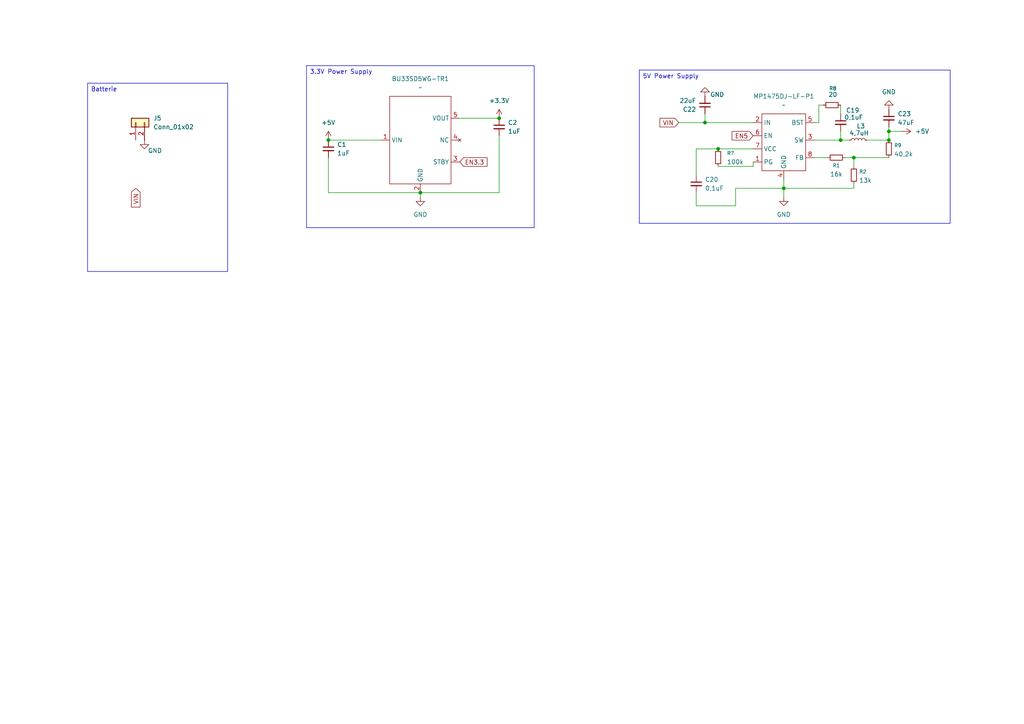
<source format=kicad_sch>
(kicad_sch
	(version 20250114)
	(generator "eeschema")
	(generator_version "9.0")
	(uuid "3e87404c-c05c-4381-ac34-87184d327436")
	(paper "A4")
	(lib_symbols
		(symbol "BU33SD5WG-TR:BU33SD5WG-TR"
			(exclude_from_sim no)
			(in_bom yes)
			(on_board yes)
			(property "Reference" "BU33SD5WG-TR"
				(at 0.254 18.034 0)
				(effects
					(font
						(size 1.27 1.27)
					)
				)
			)
			(property "Value" ""
				(at 0 0 0)
				(effects
					(font
						(size 1.27 1.27)
					)
				)
			)
			(property "Footprint" "BU33SD5WG-TR:BU33SD5WG-TR"
				(at 0.254 14.986 0)
				(effects
					(font
						(size 1.27 1.27)
					)
					(hide yes)
				)
			)
			(property "Datasheet" ""
				(at 0 0 0)
				(effects
					(font
						(size 1.27 1.27)
					)
					(hide yes)
				)
			)
			(property "Description" ""
				(at 0 0 0)
				(effects
					(font
						(size 1.27 1.27)
					)
					(hide yes)
				)
			)
			(symbol "BU33SD5WG-TR_0_1"
				(rectangle
					(start -8.89 12.7)
					(end 8.89 -12.7)
					(stroke
						(width 0)
						(type default)
					)
					(fill
						(type none)
					)
				)
			)
			(symbol "BU33SD5WG-TR_1_1"
				(pin power_in line
					(at -11.43 0 0)
					(length 2.54)
					(name "VIN"
						(effects
							(font
								(size 1.27 1.27)
							)
						)
					)
					(number "1"
						(effects
							(font
								(size 1.27 1.27)
							)
						)
					)
				)
				(pin power_in line
					(at 0 -15.24 90)
					(length 2.54)
					(name "GND"
						(effects
							(font
								(size 1.27 1.27)
							)
						)
					)
					(number "2"
						(effects
							(font
								(size 1.27 1.27)
							)
						)
					)
				)
				(pin power_out line
					(at 11.43 6.35 180)
					(length 2.54)
					(name "VOUT"
						(effects
							(font
								(size 1.27 1.27)
							)
						)
					)
					(number "5"
						(effects
							(font
								(size 1.27 1.27)
							)
						)
					)
				)
				(pin no_connect line
					(at 11.43 0 180)
					(length 2.54)
					(name "NC"
						(effects
							(font
								(size 1.27 1.27)
							)
						)
					)
					(number "4"
						(effects
							(font
								(size 1.27 1.27)
							)
						)
					)
				)
				(pin output line
					(at 11.43 -6.35 180)
					(length 2.54)
					(name "STBY"
						(effects
							(font
								(size 1.27 1.27)
							)
						)
					)
					(number "3"
						(effects
							(font
								(size 1.27 1.27)
							)
						)
					)
				)
			)
			(embedded_fonts no)
		)
		(symbol "Connector_Generic:Conn_01x02"
			(pin_names
				(offset 1.016)
				(hide yes)
			)
			(exclude_from_sim no)
			(in_bom yes)
			(on_board yes)
			(property "Reference" "J"
				(at 0 2.54 0)
				(effects
					(font
						(size 1.27 1.27)
					)
				)
			)
			(property "Value" "Conn_01x02"
				(at 0 -5.08 0)
				(effects
					(font
						(size 1.27 1.27)
					)
				)
			)
			(property "Footprint" ""
				(at 0 0 0)
				(effects
					(font
						(size 1.27 1.27)
					)
					(hide yes)
				)
			)
			(property "Datasheet" "~"
				(at 0 0 0)
				(effects
					(font
						(size 1.27 1.27)
					)
					(hide yes)
				)
			)
			(property "Description" "Generic connector, single row, 01x02, script generated (kicad-library-utils/schlib/autogen/connector/)"
				(at 0 0 0)
				(effects
					(font
						(size 1.27 1.27)
					)
					(hide yes)
				)
			)
			(property "ki_keywords" "connector"
				(at 0 0 0)
				(effects
					(font
						(size 1.27 1.27)
					)
					(hide yes)
				)
			)
			(property "ki_fp_filters" "Connector*:*_1x??_*"
				(at 0 0 0)
				(effects
					(font
						(size 1.27 1.27)
					)
					(hide yes)
				)
			)
			(symbol "Conn_01x02_1_1"
				(rectangle
					(start -1.27 1.27)
					(end 1.27 -3.81)
					(stroke
						(width 0.254)
						(type default)
					)
					(fill
						(type background)
					)
				)
				(rectangle
					(start -1.27 0.127)
					(end 0 -0.127)
					(stroke
						(width 0.1524)
						(type default)
					)
					(fill
						(type none)
					)
				)
				(rectangle
					(start -1.27 -2.413)
					(end 0 -2.667)
					(stroke
						(width 0.1524)
						(type default)
					)
					(fill
						(type none)
					)
				)
				(pin passive line
					(at -5.08 0 0)
					(length 3.81)
					(name "Pin_1"
						(effects
							(font
								(size 1.27 1.27)
							)
						)
					)
					(number "1"
						(effects
							(font
								(size 1.27 1.27)
							)
						)
					)
				)
				(pin passive line
					(at -5.08 -2.54 0)
					(length 3.81)
					(name "Pin_2"
						(effects
							(font
								(size 1.27 1.27)
							)
						)
					)
					(number "2"
						(effects
							(font
								(size 1.27 1.27)
							)
						)
					)
				)
			)
			(embedded_fonts no)
		)
		(symbol "Device:C_Small"
			(pin_numbers
				(hide yes)
			)
			(pin_names
				(offset 0.254)
				(hide yes)
			)
			(exclude_from_sim no)
			(in_bom yes)
			(on_board yes)
			(property "Reference" "C"
				(at 0.254 1.778 0)
				(effects
					(font
						(size 1.27 1.27)
					)
					(justify left)
				)
			)
			(property "Value" "C_Small"
				(at 0.254 -2.032 0)
				(effects
					(font
						(size 1.27 1.27)
					)
					(justify left)
				)
			)
			(property "Footprint" ""
				(at 0 0 0)
				(effects
					(font
						(size 1.27 1.27)
					)
					(hide yes)
				)
			)
			(property "Datasheet" "~"
				(at 0 0 0)
				(effects
					(font
						(size 1.27 1.27)
					)
					(hide yes)
				)
			)
			(property "Description" "Unpolarized capacitor, small symbol"
				(at 0 0 0)
				(effects
					(font
						(size 1.27 1.27)
					)
					(hide yes)
				)
			)
			(property "ki_keywords" "capacitor cap"
				(at 0 0 0)
				(effects
					(font
						(size 1.27 1.27)
					)
					(hide yes)
				)
			)
			(property "ki_fp_filters" "C_*"
				(at 0 0 0)
				(effects
					(font
						(size 1.27 1.27)
					)
					(hide yes)
				)
			)
			(symbol "C_Small_0_1"
				(polyline
					(pts
						(xy -1.524 0.508) (xy 1.524 0.508)
					)
					(stroke
						(width 0.3048)
						(type default)
					)
					(fill
						(type none)
					)
				)
				(polyline
					(pts
						(xy -1.524 -0.508) (xy 1.524 -0.508)
					)
					(stroke
						(width 0.3302)
						(type default)
					)
					(fill
						(type none)
					)
				)
			)
			(symbol "C_Small_1_1"
				(pin passive line
					(at 0 2.54 270)
					(length 2.032)
					(name "~"
						(effects
							(font
								(size 1.27 1.27)
							)
						)
					)
					(number "1"
						(effects
							(font
								(size 1.27 1.27)
							)
						)
					)
				)
				(pin passive line
					(at 0 -2.54 90)
					(length 2.032)
					(name "~"
						(effects
							(font
								(size 1.27 1.27)
							)
						)
					)
					(number "2"
						(effects
							(font
								(size 1.27 1.27)
							)
						)
					)
				)
			)
			(embedded_fonts no)
		)
		(symbol "Device:L_Small"
			(pin_numbers
				(hide yes)
			)
			(pin_names
				(offset 0.254)
				(hide yes)
			)
			(exclude_from_sim no)
			(in_bom yes)
			(on_board yes)
			(property "Reference" "L"
				(at 0.762 1.016 0)
				(effects
					(font
						(size 1.27 1.27)
					)
					(justify left)
				)
			)
			(property "Value" "L_Small"
				(at 0.762 -1.016 0)
				(effects
					(font
						(size 1.27 1.27)
					)
					(justify left)
				)
			)
			(property "Footprint" ""
				(at 0 0 0)
				(effects
					(font
						(size 1.27 1.27)
					)
					(hide yes)
				)
			)
			(property "Datasheet" "~"
				(at 0 0 0)
				(effects
					(font
						(size 1.27 1.27)
					)
					(hide yes)
				)
			)
			(property "Description" "Inductor, small symbol"
				(at 0 0 0)
				(effects
					(font
						(size 1.27 1.27)
					)
					(hide yes)
				)
			)
			(property "ki_keywords" "inductor choke coil reactor magnetic"
				(at 0 0 0)
				(effects
					(font
						(size 1.27 1.27)
					)
					(hide yes)
				)
			)
			(property "ki_fp_filters" "Choke_* *Coil* Inductor_* L_*"
				(at 0 0 0)
				(effects
					(font
						(size 1.27 1.27)
					)
					(hide yes)
				)
			)
			(symbol "L_Small_0_1"
				(arc
					(start 0 2.032)
					(mid 0.5058 1.524)
					(end 0 1.016)
					(stroke
						(width 0)
						(type default)
					)
					(fill
						(type none)
					)
				)
				(arc
					(start 0 1.016)
					(mid 0.5058 0.508)
					(end 0 0)
					(stroke
						(width 0)
						(type default)
					)
					(fill
						(type none)
					)
				)
				(arc
					(start 0 0)
					(mid 0.5058 -0.508)
					(end 0 -1.016)
					(stroke
						(width 0)
						(type default)
					)
					(fill
						(type none)
					)
				)
				(arc
					(start 0 -1.016)
					(mid 0.5058 -1.524)
					(end 0 -2.032)
					(stroke
						(width 0)
						(type default)
					)
					(fill
						(type none)
					)
				)
			)
			(symbol "L_Small_1_1"
				(pin passive line
					(at 0 2.54 270)
					(length 0.508)
					(name "~"
						(effects
							(font
								(size 1.27 1.27)
							)
						)
					)
					(number "1"
						(effects
							(font
								(size 1.27 1.27)
							)
						)
					)
				)
				(pin passive line
					(at 0 -2.54 90)
					(length 0.508)
					(name "~"
						(effects
							(font
								(size 1.27 1.27)
							)
						)
					)
					(number "2"
						(effects
							(font
								(size 1.27 1.27)
							)
						)
					)
				)
			)
			(embedded_fonts no)
		)
		(symbol "Device:R_Small"
			(pin_numbers
				(hide yes)
			)
			(pin_names
				(offset 0.254)
				(hide yes)
			)
			(exclude_from_sim no)
			(in_bom yes)
			(on_board yes)
			(property "Reference" "R"
				(at 0 0 90)
				(effects
					(font
						(size 1.016 1.016)
					)
				)
			)
			(property "Value" "R_Small"
				(at 1.778 0 90)
				(effects
					(font
						(size 1.27 1.27)
					)
				)
			)
			(property "Footprint" ""
				(at 0 0 0)
				(effects
					(font
						(size 1.27 1.27)
					)
					(hide yes)
				)
			)
			(property "Datasheet" "~"
				(at 0 0 0)
				(effects
					(font
						(size 1.27 1.27)
					)
					(hide yes)
				)
			)
			(property "Description" "Resistor, small symbol"
				(at 0 0 0)
				(effects
					(font
						(size 1.27 1.27)
					)
					(hide yes)
				)
			)
			(property "ki_keywords" "R resistor"
				(at 0 0 0)
				(effects
					(font
						(size 1.27 1.27)
					)
					(hide yes)
				)
			)
			(property "ki_fp_filters" "R_*"
				(at 0 0 0)
				(effects
					(font
						(size 1.27 1.27)
					)
					(hide yes)
				)
			)
			(symbol "R_Small_0_1"
				(rectangle
					(start -0.762 1.778)
					(end 0.762 -1.778)
					(stroke
						(width 0.2032)
						(type default)
					)
					(fill
						(type none)
					)
				)
			)
			(symbol "R_Small_1_1"
				(pin passive line
					(at 0 2.54 270)
					(length 0.762)
					(name "~"
						(effects
							(font
								(size 1.27 1.27)
							)
						)
					)
					(number "1"
						(effects
							(font
								(size 1.27 1.27)
							)
						)
					)
				)
				(pin passive line
					(at 0 -2.54 90)
					(length 0.762)
					(name "~"
						(effects
							(font
								(size 1.27 1.27)
							)
						)
					)
					(number "2"
						(effects
							(font
								(size 1.27 1.27)
							)
						)
					)
				)
			)
			(embedded_fonts no)
		)
		(symbol "MP1475:MP1475DJ-LF-P"
			(exclude_from_sim no)
			(in_bom yes)
			(on_board yes)
			(property "Reference" "MP1475DJ-LF-P"
				(at 0.508 14.478 0)
				(effects
					(font
						(size 1.27 1.27)
					)
				)
			)
			(property "Value" ""
				(at 0 0 0)
				(effects
					(font
						(size 1.27 1.27)
					)
				)
			)
			(property "Footprint" "Package_TO_SOT_SMD:TSOT-23-8"
				(at 0.762 17.78 0)
				(effects
					(font
						(size 1.27 1.27)
					)
					(hide yes)
				)
			)
			(property "Datasheet" ""
				(at 0 0 0)
				(effects
					(font
						(size 1.27 1.27)
					)
					(hide yes)
				)
			)
			(property "Description" "Convertisseur 5V"
				(at 0.254 11.684 0)
				(effects
					(font
						(size 1.27 1.27)
					)
					(hide yes)
				)
			)
			(symbol "MP1475DJ-LF-P_0_1"
				(rectangle
					(start -6.35 8.89)
					(end 6.35 -7.62)
					(stroke
						(width 0)
						(type default)
					)
					(fill
						(type none)
					)
				)
			)
			(symbol "MP1475DJ-LF-P_1_1"
				(pin power_in line
					(at -8.89 6.35 0)
					(length 2.54)
					(name "IN"
						(effects
							(font
								(size 1.27 1.27)
							)
						)
					)
					(number "2"
						(effects
							(font
								(size 1.27 1.27)
							)
						)
					)
				)
				(pin input line
					(at -8.89 2.54 0)
					(length 2.54)
					(name "EN"
						(effects
							(font
								(size 1.27 1.27)
							)
						)
					)
					(number "6"
						(effects
							(font
								(size 1.27 1.27)
							)
						)
					)
				)
				(pin power_out line
					(at -8.89 -1.27 0)
					(length 2.54)
					(name "VCC"
						(effects
							(font
								(size 1.27 1.27)
							)
						)
					)
					(number "7"
						(effects
							(font
								(size 1.27 1.27)
							)
						)
					)
				)
				(pin power_out line
					(at -8.89 -5.08 0)
					(length 2.54)
					(name "PG"
						(effects
							(font
								(size 1.27 1.27)
							)
						)
					)
					(number "1"
						(effects
							(font
								(size 1.27 1.27)
							)
						)
					)
				)
				(pin power_in line
					(at 0 -10.16 90)
					(length 2.54)
					(name "GND"
						(effects
							(font
								(size 1.27 1.27)
							)
						)
					)
					(number "4"
						(effects
							(font
								(size 1.27 1.27)
							)
						)
					)
				)
				(pin output line
					(at 8.89 6.35 180)
					(length 2.54)
					(name "BST"
						(effects
							(font
								(size 1.27 1.27)
							)
						)
					)
					(number "5"
						(effects
							(font
								(size 1.27 1.27)
							)
						)
					)
				)
				(pin output line
					(at 8.89 1.27 180)
					(length 2.54)
					(name "SW"
						(effects
							(font
								(size 1.27 1.27)
							)
						)
					)
					(number "3"
						(effects
							(font
								(size 1.27 1.27)
							)
						)
					)
				)
				(pin power_in line
					(at 8.89 -3.81 180)
					(length 2.54)
					(name "FB"
						(effects
							(font
								(size 1.27 1.27)
							)
						)
					)
					(number "8"
						(effects
							(font
								(size 1.27 1.27)
							)
						)
					)
				)
			)
			(embedded_fonts no)
		)
		(symbol "power:+3.3V"
			(power)
			(pin_numbers
				(hide yes)
			)
			(pin_names
				(offset 0)
				(hide yes)
			)
			(exclude_from_sim no)
			(in_bom yes)
			(on_board yes)
			(property "Reference" "#PWR"
				(at 0 -3.81 0)
				(effects
					(font
						(size 1.27 1.27)
					)
					(hide yes)
				)
			)
			(property "Value" "+3.3V"
				(at 0 3.556 0)
				(effects
					(font
						(size 1.27 1.27)
					)
				)
			)
			(property "Footprint" ""
				(at 0 0 0)
				(effects
					(font
						(size 1.27 1.27)
					)
					(hide yes)
				)
			)
			(property "Datasheet" ""
				(at 0 0 0)
				(effects
					(font
						(size 1.27 1.27)
					)
					(hide yes)
				)
			)
			(property "Description" "Power symbol creates a global label with name \"+3.3V\""
				(at 0 0 0)
				(effects
					(font
						(size 1.27 1.27)
					)
					(hide yes)
				)
			)
			(property "ki_keywords" "global power"
				(at 0 0 0)
				(effects
					(font
						(size 1.27 1.27)
					)
					(hide yes)
				)
			)
			(symbol "+3.3V_0_1"
				(polyline
					(pts
						(xy -0.762 1.27) (xy 0 2.54)
					)
					(stroke
						(width 0)
						(type default)
					)
					(fill
						(type none)
					)
				)
				(polyline
					(pts
						(xy 0 2.54) (xy 0.762 1.27)
					)
					(stroke
						(width 0)
						(type default)
					)
					(fill
						(type none)
					)
				)
				(polyline
					(pts
						(xy 0 0) (xy 0 2.54)
					)
					(stroke
						(width 0)
						(type default)
					)
					(fill
						(type none)
					)
				)
			)
			(symbol "+3.3V_1_1"
				(pin power_in line
					(at 0 0 90)
					(length 0)
					(name "~"
						(effects
							(font
								(size 1.27 1.27)
							)
						)
					)
					(number "1"
						(effects
							(font
								(size 1.27 1.27)
							)
						)
					)
				)
			)
			(embedded_fonts no)
		)
		(symbol "power:+5V"
			(power)
			(pin_numbers
				(hide yes)
			)
			(pin_names
				(offset 0)
				(hide yes)
			)
			(exclude_from_sim no)
			(in_bom yes)
			(on_board yes)
			(property "Reference" "#PWR"
				(at 0 -3.81 0)
				(effects
					(font
						(size 1.27 1.27)
					)
					(hide yes)
				)
			)
			(property "Value" "+5V"
				(at 0 3.556 0)
				(effects
					(font
						(size 1.27 1.27)
					)
				)
			)
			(property "Footprint" ""
				(at 0 0 0)
				(effects
					(font
						(size 1.27 1.27)
					)
					(hide yes)
				)
			)
			(property "Datasheet" ""
				(at 0 0 0)
				(effects
					(font
						(size 1.27 1.27)
					)
					(hide yes)
				)
			)
			(property "Description" "Power symbol creates a global label with name \"+5V\""
				(at 0 0 0)
				(effects
					(font
						(size 1.27 1.27)
					)
					(hide yes)
				)
			)
			(property "ki_keywords" "global power"
				(at 0 0 0)
				(effects
					(font
						(size 1.27 1.27)
					)
					(hide yes)
				)
			)
			(symbol "+5V_0_1"
				(polyline
					(pts
						(xy -0.762 1.27) (xy 0 2.54)
					)
					(stroke
						(width 0)
						(type default)
					)
					(fill
						(type none)
					)
				)
				(polyline
					(pts
						(xy 0 2.54) (xy 0.762 1.27)
					)
					(stroke
						(width 0)
						(type default)
					)
					(fill
						(type none)
					)
				)
				(polyline
					(pts
						(xy 0 0) (xy 0 2.54)
					)
					(stroke
						(width 0)
						(type default)
					)
					(fill
						(type none)
					)
				)
			)
			(symbol "+5V_1_1"
				(pin power_in line
					(at 0 0 90)
					(length 0)
					(name "~"
						(effects
							(font
								(size 1.27 1.27)
							)
						)
					)
					(number "1"
						(effects
							(font
								(size 1.27 1.27)
							)
						)
					)
				)
			)
			(embedded_fonts no)
		)
		(symbol "power:GND"
			(power)
			(pin_numbers
				(hide yes)
			)
			(pin_names
				(offset 0)
				(hide yes)
			)
			(exclude_from_sim no)
			(in_bom yes)
			(on_board yes)
			(property "Reference" "#PWR"
				(at 0 -6.35 0)
				(effects
					(font
						(size 1.27 1.27)
					)
					(hide yes)
				)
			)
			(property "Value" "GND"
				(at 0 -3.81 0)
				(effects
					(font
						(size 1.27 1.27)
					)
				)
			)
			(property "Footprint" ""
				(at 0 0 0)
				(effects
					(font
						(size 1.27 1.27)
					)
					(hide yes)
				)
			)
			(property "Datasheet" ""
				(at 0 0 0)
				(effects
					(font
						(size 1.27 1.27)
					)
					(hide yes)
				)
			)
			(property "Description" "Power symbol creates a global label with name \"GND\" , ground"
				(at 0 0 0)
				(effects
					(font
						(size 1.27 1.27)
					)
					(hide yes)
				)
			)
			(property "ki_keywords" "global power"
				(at 0 0 0)
				(effects
					(font
						(size 1.27 1.27)
					)
					(hide yes)
				)
			)
			(symbol "GND_0_1"
				(polyline
					(pts
						(xy 0 0) (xy 0 -1.27) (xy 1.27 -1.27) (xy 0 -2.54) (xy -1.27 -1.27) (xy 0 -1.27)
					)
					(stroke
						(width 0)
						(type default)
					)
					(fill
						(type none)
					)
				)
			)
			(symbol "GND_1_1"
				(pin power_in line
					(at 0 0 270)
					(length 0)
					(name "~"
						(effects
							(font
								(size 1.27 1.27)
							)
						)
					)
					(number "1"
						(effects
							(font
								(size 1.27 1.27)
							)
						)
					)
				)
			)
			(embedded_fonts no)
		)
	)
	(text_box "3.3V Power Supply"
		(exclude_from_sim no)
		(at 88.9 19.05 0)
		(size 66.04 46.99)
		(margins 0.9525 0.9525 0.9525 0.9525)
		(stroke
			(width 0)
			(type solid)
		)
		(fill
			(type none)
		)
		(effects
			(font
				(size 1.27 1.27)
			)
			(justify left top)
		)
		(uuid "0b085662-6524-4b4f-bda1-47766383b1d3")
	)
	(text_box "Batterie"
		(exclude_from_sim no)
		(at 25.4 24.13 0)
		(size 40.64 54.61)
		(margins 0.9525 0.9525 0.9525 0.9525)
		(stroke
			(width 0)
			(type solid)
		)
		(fill
			(type none)
		)
		(effects
			(font
				(size 1.27 1.27)
			)
			(justify left top)
		)
		(uuid "134a7142-f4ce-490c-afaf-bad232c94d21")
	)
	(text_box "5V Power Supply"
		(exclude_from_sim no)
		(at 185.42 20.32 0)
		(size 90.17 44.45)
		(margins 0.9525 0.9525 0.9525 0.9525)
		(stroke
			(width 0)
			(type solid)
		)
		(fill
			(type none)
		)
		(effects
			(font
				(size 1.27 1.27)
			)
			(justify left top)
		)
		(uuid "6678bac1-3af5-4fa4-8092-1f08a1e1c85d")
	)
	(junction
		(at 257.81 40.64)
		(diameter 0)
		(color 0 0 0 0)
		(uuid "0ce15436-bb16-43c5-9e01-a45e780020be")
	)
	(junction
		(at 208.28 43.18)
		(diameter 0)
		(color 0 0 0 0)
		(uuid "1ee09213-32a7-44a1-b69a-aaac3f3ddac5")
	)
	(junction
		(at 95.25 40.64)
		(diameter 0)
		(color 0 0 0 0)
		(uuid "29b8feb1-8790-4e48-88a6-eccacba05fda")
	)
	(junction
		(at 144.78 34.29)
		(diameter 0)
		(color 0 0 0 0)
		(uuid "512d8b1f-233d-43b1-8607-5fa286fc444e")
	)
	(junction
		(at 204.47 35.56)
		(diameter 0)
		(color 0 0 0 0)
		(uuid "af5a6a74-5259-489e-bca0-9a005ec0959b")
	)
	(junction
		(at 121.92 55.88)
		(diameter 0)
		(color 0 0 0 0)
		(uuid "d0b408a4-48c9-40d1-bd85-6b9edf0e80c4")
	)
	(junction
		(at 247.65 45.72)
		(diameter 0)
		(color 0 0 0 0)
		(uuid "d4cd954c-f3f9-4a85-badb-d4ade08f0820")
	)
	(junction
		(at 243.84 40.64)
		(diameter 0)
		(color 0 0 0 0)
		(uuid "d7ac9446-fef3-461a-9d9d-bb2560f41349")
	)
	(junction
		(at 227.33 54.61)
		(diameter 0)
		(color 0 0 0 0)
		(uuid "d9cdd61d-b124-4f20-ad3e-db0f9d7cee2d")
	)
	(junction
		(at 257.81 38.1)
		(diameter 0)
		(color 0 0 0 0)
		(uuid "e5c6b985-7571-467b-a946-ebe34e3ce8d2")
	)
	(wire
		(pts
			(xy 208.28 43.18) (xy 218.44 43.18)
		)
		(stroke
			(width 0)
			(type default)
		)
		(uuid "047064b9-876e-45fd-9620-dd8d7f959a59")
	)
	(wire
		(pts
			(xy 243.84 40.64) (xy 246.38 40.64)
		)
		(stroke
			(width 0)
			(type default)
		)
		(uuid "07db1d1f-a5d2-4d14-a1ef-fd635af170c1")
	)
	(wire
		(pts
			(xy 95.25 40.64) (xy 110.49 40.64)
		)
		(stroke
			(width 0)
			(type default)
		)
		(uuid "0998940c-45d4-472a-8e73-f8290636e27e")
	)
	(wire
		(pts
			(xy 144.78 39.37) (xy 144.78 55.88)
		)
		(stroke
			(width 0)
			(type default)
		)
		(uuid "0f47e157-12e3-48bd-90d1-1ce271db4065")
	)
	(wire
		(pts
			(xy 247.65 54.61) (xy 227.33 54.61)
		)
		(stroke
			(width 0)
			(type default)
		)
		(uuid "16b5b5b9-838f-47bd-8f52-38b3fb3ba923")
	)
	(wire
		(pts
			(xy 257.81 40.64) (xy 251.46 40.64)
		)
		(stroke
			(width 0)
			(type default)
		)
		(uuid "1aeb372d-21fe-4ec4-ba3e-12ef16d9f108")
	)
	(wire
		(pts
			(xy 243.84 30.48) (xy 243.84 33.02)
		)
		(stroke
			(width 0)
			(type default)
		)
		(uuid "1eabe84d-2bb6-4c74-84d4-248db5b90094")
	)
	(wire
		(pts
			(xy 133.35 34.29) (xy 144.78 34.29)
		)
		(stroke
			(width 0)
			(type default)
		)
		(uuid "1f336664-2442-4599-81bd-7ce6b08665cb")
	)
	(wire
		(pts
			(xy 261.62 38.1) (xy 257.81 38.1)
		)
		(stroke
			(width 0)
			(type default)
		)
		(uuid "24ca4e67-247a-4ebc-8e1c-f1d9d9bef60b")
	)
	(wire
		(pts
			(xy 247.65 53.34) (xy 247.65 54.61)
		)
		(stroke
			(width 0)
			(type default)
		)
		(uuid "2719c810-c8c4-403b-b36e-adfc36a7ff23")
	)
	(wire
		(pts
			(xy 121.92 57.15) (xy 121.92 55.88)
		)
		(stroke
			(width 0)
			(type default)
		)
		(uuid "27c0a12d-67cf-4492-91f7-339da6925174")
	)
	(wire
		(pts
			(xy 237.49 35.56) (xy 236.22 35.56)
		)
		(stroke
			(width 0)
			(type default)
		)
		(uuid "3c373081-ea23-4f6a-a562-3c26b251d87a")
	)
	(wire
		(pts
			(xy 236.22 40.64) (xy 243.84 40.64)
		)
		(stroke
			(width 0)
			(type default)
		)
		(uuid "503ac985-105e-4b2e-81ce-d36721d96532")
	)
	(wire
		(pts
			(xy 227.33 54.61) (xy 227.33 52.07)
		)
		(stroke
			(width 0)
			(type default)
		)
		(uuid "5422ccc8-6d81-4720-929f-704ef929cc4f")
	)
	(wire
		(pts
			(xy 218.44 48.26) (xy 208.28 48.26)
		)
		(stroke
			(width 0)
			(type default)
		)
		(uuid "62685971-e7cf-4a48-ad3a-e511732bc43a")
	)
	(wire
		(pts
			(xy 201.93 50.8) (xy 201.93 43.18)
		)
		(stroke
			(width 0)
			(type default)
		)
		(uuid "6713cad7-8a11-4140-a079-167e72400cf5")
	)
	(wire
		(pts
			(xy 237.49 30.48) (xy 237.49 35.56)
		)
		(stroke
			(width 0)
			(type default)
		)
		(uuid "762838f1-ed91-40be-a953-042e22eb0ef6")
	)
	(wire
		(pts
			(xy 247.65 45.72) (xy 257.81 45.72)
		)
		(stroke
			(width 0)
			(type default)
		)
		(uuid "782a35f8-9aa3-4ead-9b45-87411d7a4b38")
	)
	(wire
		(pts
			(xy 204.47 33.02) (xy 204.47 35.56)
		)
		(stroke
			(width 0)
			(type default)
		)
		(uuid "7dcb14ba-c76b-489b-b545-5ea4c1c4e175")
	)
	(wire
		(pts
			(xy 201.93 43.18) (xy 208.28 43.18)
		)
		(stroke
			(width 0)
			(type default)
		)
		(uuid "8121c95f-5467-43b4-aa88-b3503442b29c")
	)
	(wire
		(pts
			(xy 257.81 36.83) (xy 257.81 38.1)
		)
		(stroke
			(width 0)
			(type default)
		)
		(uuid "812cc5c3-da35-4d40-a77b-4128655bd8ba")
	)
	(wire
		(pts
			(xy 144.78 55.88) (xy 121.92 55.88)
		)
		(stroke
			(width 0)
			(type default)
		)
		(uuid "8edb8406-ca2f-4710-a350-2cd57093f4c1")
	)
	(wire
		(pts
			(xy 95.25 45.72) (xy 95.25 55.88)
		)
		(stroke
			(width 0)
			(type default)
		)
		(uuid "9beb6fe6-f347-4299-ad8f-a8049eccbf61")
	)
	(wire
		(pts
			(xy 245.11 45.72) (xy 247.65 45.72)
		)
		(stroke
			(width 0)
			(type default)
		)
		(uuid "a5d44311-ad64-42bd-b5e3-236b464c1b9c")
	)
	(wire
		(pts
			(xy 213.36 59.69) (xy 213.36 54.61)
		)
		(stroke
			(width 0)
			(type default)
		)
		(uuid "aab893ff-99fa-4fdf-a880-87d651addfee")
	)
	(wire
		(pts
			(xy 257.81 38.1) (xy 257.81 40.64)
		)
		(stroke
			(width 0)
			(type default)
		)
		(uuid "abcfd847-be6c-4905-a9e0-8fe361700e6e")
	)
	(wire
		(pts
			(xy 237.49 30.48) (xy 238.76 30.48)
		)
		(stroke
			(width 0)
			(type default)
		)
		(uuid "ad728eef-8587-4950-84fe-416ce6c9f808")
	)
	(wire
		(pts
			(xy 236.22 45.72) (xy 240.03 45.72)
		)
		(stroke
			(width 0)
			(type default)
		)
		(uuid "af1f0366-9a55-4589-9b0e-92319349fb06")
	)
	(wire
		(pts
			(xy 218.44 46.99) (xy 218.44 48.26)
		)
		(stroke
			(width 0)
			(type default)
		)
		(uuid "b2404cb7-1bc4-4514-9ef1-9eb9035edb2c")
	)
	(wire
		(pts
			(xy 196.85 35.56) (xy 204.47 35.56)
		)
		(stroke
			(width 0)
			(type default)
		)
		(uuid "c90adb95-da71-4041-ba9c-7f7904e0bb90")
	)
	(wire
		(pts
			(xy 227.33 54.61) (xy 213.36 54.61)
		)
		(stroke
			(width 0)
			(type default)
		)
		(uuid "d2f1dca5-4613-4858-a5fe-401cb4eb9961")
	)
	(wire
		(pts
			(xy 213.36 59.69) (xy 201.93 59.69)
		)
		(stroke
			(width 0)
			(type default)
		)
		(uuid "d678da42-07cf-46e9-a3a2-17203e250c4c")
	)
	(wire
		(pts
			(xy 243.84 38.1) (xy 243.84 40.64)
		)
		(stroke
			(width 0)
			(type default)
		)
		(uuid "db167eb6-0a4c-4eea-a89f-2e19a4da8075")
	)
	(wire
		(pts
			(xy 247.65 45.72) (xy 247.65 48.26)
		)
		(stroke
			(width 0)
			(type default)
		)
		(uuid "de49d4ea-852d-46dd-92f9-b8e59483d193")
	)
	(wire
		(pts
			(xy 227.33 57.15) (xy 227.33 54.61)
		)
		(stroke
			(width 0)
			(type default)
		)
		(uuid "f0397ce2-99e0-4895-bb7c-3bf29e600838")
	)
	(wire
		(pts
			(xy 201.93 59.69) (xy 201.93 55.88)
		)
		(stroke
			(width 0)
			(type default)
		)
		(uuid "f057b918-8188-475c-9a90-845b3ff3d653")
	)
	(wire
		(pts
			(xy 95.25 55.88) (xy 121.92 55.88)
		)
		(stroke
			(width 0)
			(type default)
		)
		(uuid "f8008958-0922-40c8-a33c-1644af92e3f4")
	)
	(wire
		(pts
			(xy 218.44 35.56) (xy 204.47 35.56)
		)
		(stroke
			(width 0)
			(type default)
		)
		(uuid "f9b77922-b0e8-4311-985b-d2b6d53e8ac4")
	)
	(global_label "VIN"
		(shape input)
		(at 39.37 54.61 270)
		(fields_autoplaced yes)
		(effects
			(font
				(size 1.27 1.27)
			)
			(justify right)
		)
		(uuid "76f081bb-6b76-4acf-a781-077f658d408b")
		(property "Intersheetrefs" "${INTERSHEET_REFS}"
			(at 39.37 60.6191 90)
			(effects
				(font
					(size 1.27 1.27)
				)
				(justify right)
				(hide yes)
			)
		)
	)
	(global_label "VIN"
		(shape input)
		(at 196.85 35.56 180)
		(fields_autoplaced yes)
		(effects
			(font
				(size 1.27 1.27)
			)
			(justify right)
		)
		(uuid "b02a37b9-cc46-4337-84e7-b5809145f1ac")
		(property "Intersheetrefs" "${INTERSHEET_REFS}"
			(at 190.8409 35.56 0)
			(effects
				(font
					(size 1.27 1.27)
				)
				(justify right)
				(hide yes)
			)
		)
	)
	(global_label "EN3.3"
		(shape input)
		(at 133.35 46.99 0)
		(fields_autoplaced yes)
		(effects
			(font
				(size 1.27 1.27)
			)
			(justify left)
		)
		(uuid "b3e7c7e0-682b-4a15-8fca-40d3ed70e858")
		(property "Intersheetrefs" "${INTERSHEET_REFS}"
			(at 141.8385 46.99 0)
			(effects
				(font
					(size 1.27 1.27)
				)
				(justify left)
				(hide yes)
			)
		)
	)
	(global_label "EN5"
		(shape input)
		(at 218.44 39.37 180)
		(fields_autoplaced yes)
		(effects
			(font
				(size 1.27 1.27)
			)
			(justify right)
		)
		(uuid "fd292cd3-3191-4449-99d7-5e719a174305")
		(property "Intersheetrefs" "${INTERSHEET_REFS}"
			(at 211.7658 39.37 0)
			(effects
				(font
					(size 1.27 1.27)
				)
				(justify right)
				(hide yes)
			)
		)
	)
	(symbol
		(lib_id "power:GND")
		(at 41.91 40.64 0)
		(unit 1)
		(exclude_from_sim no)
		(in_bom yes)
		(on_board yes)
		(dnp no)
		(uuid "01d0009b-fe09-47ae-be59-4ca0b6aae939")
		(property "Reference" "#PWR06"
			(at 41.91 46.99 0)
			(effects
				(font
					(size 1.27 1.27)
				)
				(hide yes)
			)
		)
		(property "Value" "GND"
			(at 44.958 43.688 0)
			(effects
				(font
					(size 1.27 1.27)
				)
			)
		)
		(property "Footprint" ""
			(at 41.91 40.64 0)
			(effects
				(font
					(size 1.27 1.27)
				)
				(hide yes)
			)
		)
		(property "Datasheet" ""
			(at 41.91 40.64 0)
			(effects
				(font
					(size 1.27 1.27)
				)
				(hide yes)
			)
		)
		(property "Description" "Power symbol creates a global label with name \"GND\" , ground"
			(at 41.91 40.64 0)
			(effects
				(font
					(size 1.27 1.27)
				)
				(hide yes)
			)
		)
		(pin "1"
			(uuid "da3ac611-02af-499f-b1a9-954398a35936")
		)
		(instances
			(project "PCB_robot_chat"
				(path "/3534a4da-1897-4a3c-809d-843e7f41fadb/9eede499-7e43-406d-a40f-aa5717e0debc"
					(reference "#PWR06")
					(unit 1)
				)
			)
		)
	)
	(symbol
		(lib_id "power:GND")
		(at 257.81 31.75 180)
		(unit 1)
		(exclude_from_sim no)
		(in_bom yes)
		(on_board yes)
		(dnp no)
		(fields_autoplaced yes)
		(uuid "1e3b0847-fb92-464e-a035-63d76518c6d7")
		(property "Reference" "#PWR030"
			(at 257.81 25.4 0)
			(effects
				(font
					(size 1.27 1.27)
				)
				(hide yes)
			)
		)
		(property "Value" "GND"
			(at 257.81 26.67 0)
			(effects
				(font
					(size 1.27 1.27)
				)
			)
		)
		(property "Footprint" ""
			(at 257.81 31.75 0)
			(effects
				(font
					(size 1.27 1.27)
				)
				(hide yes)
			)
		)
		(property "Datasheet" ""
			(at 257.81 31.75 0)
			(effects
				(font
					(size 1.27 1.27)
				)
				(hide yes)
			)
		)
		(property "Description" "Power symbol creates a global label with name \"GND\" , ground"
			(at 257.81 31.75 0)
			(effects
				(font
					(size 1.27 1.27)
				)
				(hide yes)
			)
		)
		(pin "1"
			(uuid "b1a6f586-3538-41ea-b671-0bea34b46f04")
		)
		(instances
			(project "PCB_robot_chat"
				(path "/3534a4da-1897-4a3c-809d-843e7f41fadb/9eede499-7e43-406d-a40f-aa5717e0debc"
					(reference "#PWR030")
					(unit 1)
				)
			)
		)
	)
	(symbol
		(lib_id "power:GND")
		(at 227.33 57.15 0)
		(unit 1)
		(exclude_from_sim no)
		(in_bom yes)
		(on_board yes)
		(dnp no)
		(fields_autoplaced yes)
		(uuid "2c065acc-650a-4b11-b5d3-c255664ff918")
		(property "Reference" "#PWR04"
			(at 227.33 63.5 0)
			(effects
				(font
					(size 1.27 1.27)
				)
				(hide yes)
			)
		)
		(property "Value" "GND"
			(at 227.33 62.23 0)
			(effects
				(font
					(size 1.27 1.27)
				)
			)
		)
		(property "Footprint" ""
			(at 227.33 57.15 0)
			(effects
				(font
					(size 1.27 1.27)
				)
				(hide yes)
			)
		)
		(property "Datasheet" ""
			(at 227.33 57.15 0)
			(effects
				(font
					(size 1.27 1.27)
				)
				(hide yes)
			)
		)
		(property "Description" "Power symbol creates a global label with name \"GND\" , ground"
			(at 227.33 57.15 0)
			(effects
				(font
					(size 1.27 1.27)
				)
				(hide yes)
			)
		)
		(pin "1"
			(uuid "e6239a49-5474-49f3-b884-7a7108c2623f")
		)
		(instances
			(project "PCB_robot_chat"
				(path "/3534a4da-1897-4a3c-809d-843e7f41fadb/9eede499-7e43-406d-a40f-aa5717e0debc"
					(reference "#PWR04")
					(unit 1)
				)
			)
		)
	)
	(symbol
		(lib_id "power:+3.3V")
		(at 144.78 34.29 0)
		(unit 1)
		(exclude_from_sim no)
		(in_bom yes)
		(on_board yes)
		(dnp no)
		(fields_autoplaced yes)
		(uuid "3337373e-3124-45bd-a5d9-cede82d9f6c0")
		(property "Reference" "#PWR07"
			(at 144.78 38.1 0)
			(effects
				(font
					(size 1.27 1.27)
				)
				(hide yes)
			)
		)
		(property "Value" "+3.3V"
			(at 144.78 29.21 0)
			(effects
				(font
					(size 1.27 1.27)
				)
			)
		)
		(property "Footprint" ""
			(at 144.78 34.29 0)
			(effects
				(font
					(size 1.27 1.27)
				)
				(hide yes)
			)
		)
		(property "Datasheet" ""
			(at 144.78 34.29 0)
			(effects
				(font
					(size 1.27 1.27)
				)
				(hide yes)
			)
		)
		(property "Description" "Power symbol creates a global label with name \"+3.3V\""
			(at 144.78 34.29 0)
			(effects
				(font
					(size 1.27 1.27)
				)
				(hide yes)
			)
		)
		(pin "1"
			(uuid "db9ce2e8-d434-4933-8846-3935d7a17c9e")
		)
		(instances
			(project ""
				(path "/3534a4da-1897-4a3c-809d-843e7f41fadb/9eede499-7e43-406d-a40f-aa5717e0debc"
					(reference "#PWR07")
					(unit 1)
				)
			)
		)
	)
	(symbol
		(lib_id "Device:R_Small")
		(at 247.65 50.8 180)
		(unit 1)
		(exclude_from_sim no)
		(in_bom yes)
		(on_board yes)
		(dnp no)
		(uuid "41ca6c6f-8437-46b3-81bd-baedd655dd81")
		(property "Reference" "R2"
			(at 249.174 49.784 0)
			(effects
				(font
					(size 1.016 1.016)
				)
				(justify right)
			)
		)
		(property "Value" "13k"
			(at 249.174 52.324 0)
			(effects
				(font
					(size 1.27 1.27)
				)
				(justify right)
			)
		)
		(property "Footprint" ""
			(at 247.65 50.8 0)
			(effects
				(font
					(size 1.27 1.27)
				)
				(hide yes)
			)
		)
		(property "Datasheet" "~"
			(at 247.65 50.8 0)
			(effects
				(font
					(size 1.27 1.27)
				)
				(hide yes)
			)
		)
		(property "Description" "Resistor, small symbol"
			(at 247.65 50.8 0)
			(effects
				(font
					(size 1.27 1.27)
				)
				(hide yes)
			)
		)
		(pin "2"
			(uuid "e4f33042-7c1e-484a-8d81-da299f2364e9")
		)
		(pin "1"
			(uuid "b38019f1-bbcc-472f-bb65-06d66be9114b")
		)
		(instances
			(project "PCB_robot_chat"
				(path "/3534a4da-1897-4a3c-809d-843e7f41fadb/9eede499-7e43-406d-a40f-aa5717e0debc"
					(reference "R2")
					(unit 1)
				)
			)
		)
	)
	(symbol
		(lib_id "power:+5V")
		(at 95.25 40.64 0)
		(unit 1)
		(exclude_from_sim no)
		(in_bom yes)
		(on_board yes)
		(dnp no)
		(fields_autoplaced yes)
		(uuid "5ebfcfac-cd75-4847-8154-2fb2c522a896")
		(property "Reference" "#PWR03"
			(at 95.25 44.45 0)
			(effects
				(font
					(size 1.27 1.27)
				)
				(hide yes)
			)
		)
		(property "Value" "+5V"
			(at 95.25 35.56 0)
			(effects
				(font
					(size 1.27 1.27)
				)
			)
		)
		(property "Footprint" ""
			(at 95.25 40.64 0)
			(effects
				(font
					(size 1.27 1.27)
				)
				(hide yes)
			)
		)
		(property "Datasheet" ""
			(at 95.25 40.64 0)
			(effects
				(font
					(size 1.27 1.27)
				)
				(hide yes)
			)
		)
		(property "Description" "Power symbol creates a global label with name \"+5V\""
			(at 95.25 40.64 0)
			(effects
				(font
					(size 1.27 1.27)
				)
				(hide yes)
			)
		)
		(pin "1"
			(uuid "fd6dbbdc-b6a0-4b63-aa4e-fee742219b7d")
		)
		(instances
			(project ""
				(path "/3534a4da-1897-4a3c-809d-843e7f41fadb/9eede499-7e43-406d-a40f-aa5717e0debc"
					(reference "#PWR03")
					(unit 1)
				)
			)
		)
	)
	(symbol
		(lib_id "Device:R_Small")
		(at 208.28 45.72 0)
		(unit 1)
		(exclude_from_sim no)
		(in_bom yes)
		(on_board yes)
		(dnp no)
		(fields_autoplaced yes)
		(uuid "65d12366-d505-4cd4-8524-95056a7d69af")
		(property "Reference" "R7"
			(at 210.82 44.4499 0)
			(effects
				(font
					(size 1.016 1.016)
				)
				(justify left)
			)
		)
		(property "Value" "100k"
			(at 210.82 46.9899 0)
			(effects
				(font
					(size 1.27 1.27)
				)
				(justify left)
			)
		)
		(property "Footprint" ""
			(at 208.28 45.72 0)
			(effects
				(font
					(size 1.27 1.27)
				)
				(hide yes)
			)
		)
		(property "Datasheet" "~"
			(at 208.28 45.72 0)
			(effects
				(font
					(size 1.27 1.27)
				)
				(hide yes)
			)
		)
		(property "Description" "Resistor, small symbol"
			(at 208.28 45.72 0)
			(effects
				(font
					(size 1.27 1.27)
				)
				(hide yes)
			)
		)
		(pin "2"
			(uuid "228f72d0-aa09-499d-8861-7bff97fd10ab")
		)
		(pin "1"
			(uuid "b7ca0e76-489d-4e50-825c-409f0f8d716a")
		)
		(instances
			(project "PCB_robot_chat"
				(path "/3534a4da-1897-4a3c-809d-843e7f41fadb/9eede499-7e43-406d-a40f-aa5717e0debc"
					(reference "R7")
					(unit 1)
				)
			)
		)
	)
	(symbol
		(lib_id "Device:R_Small")
		(at 257.81 43.18 180)
		(unit 1)
		(exclude_from_sim no)
		(in_bom yes)
		(on_board yes)
		(dnp no)
		(uuid "6785d05e-e5cc-4aa3-89f0-9d5214827429")
		(property "Reference" "R9"
			(at 259.334 42.164 0)
			(effects
				(font
					(size 1.016 1.016)
				)
				(justify right)
			)
		)
		(property "Value" "40,2k"
			(at 259.334 44.704 0)
			(effects
				(font
					(size 1.27 1.27)
				)
				(justify right)
			)
		)
		(property "Footprint" ""
			(at 257.81 43.18 0)
			(effects
				(font
					(size 1.27 1.27)
				)
				(hide yes)
			)
		)
		(property "Datasheet" "~"
			(at 257.81 43.18 0)
			(effects
				(font
					(size 1.27 1.27)
				)
				(hide yes)
			)
		)
		(property "Description" "Resistor, small symbol"
			(at 257.81 43.18 0)
			(effects
				(font
					(size 1.27 1.27)
				)
				(hide yes)
			)
		)
		(pin "2"
			(uuid "38783506-6d9c-43f8-8b9a-cfd93df9a1ba")
		)
		(pin "1"
			(uuid "bf8b1c4f-c3dc-49a5-a348-a3f9e0f7b6de")
		)
		(instances
			(project "PCB_robot_chat"
				(path "/3534a4da-1897-4a3c-809d-843e7f41fadb/9eede499-7e43-406d-a40f-aa5717e0debc"
					(reference "R9")
					(unit 1)
				)
			)
		)
	)
	(symbol
		(lib_id "power:GND")
		(at 204.47 27.94 180)
		(unit 1)
		(exclude_from_sim no)
		(in_bom yes)
		(on_board yes)
		(dnp no)
		(uuid "6e1b0bda-9144-4124-8349-99efb44e747d")
		(property "Reference" "#PWR05"
			(at 204.47 21.59 0)
			(effects
				(font
					(size 1.27 1.27)
				)
				(hide yes)
			)
		)
		(property "Value" "GND"
			(at 208.026 27.432 0)
			(effects
				(font
					(size 1.27 1.27)
				)
			)
		)
		(property "Footprint" ""
			(at 204.47 27.94 0)
			(effects
				(font
					(size 1.27 1.27)
				)
				(hide yes)
			)
		)
		(property "Datasheet" ""
			(at 204.47 27.94 0)
			(effects
				(font
					(size 1.27 1.27)
				)
				(hide yes)
			)
		)
		(property "Description" "Power symbol creates a global label with name \"GND\" , ground"
			(at 204.47 27.94 0)
			(effects
				(font
					(size 1.27 1.27)
				)
				(hide yes)
			)
		)
		(pin "1"
			(uuid "0891cbdd-d7d6-483b-bbdb-5ed1ee4385d5")
		)
		(instances
			(project "PCB_robot_chat"
				(path "/3534a4da-1897-4a3c-809d-843e7f41fadb/9eede499-7e43-406d-a40f-aa5717e0debc"
					(reference "#PWR05")
					(unit 1)
				)
			)
		)
	)
	(symbol
		(lib_id "Connector_Generic:Conn_01x02")
		(at 39.37 35.56 90)
		(unit 1)
		(exclude_from_sim no)
		(in_bom yes)
		(on_board yes)
		(dnp no)
		(fields_autoplaced yes)
		(uuid "78f5da53-9cf1-4acf-82bd-e25b8fbd0841")
		(property "Reference" "J5"
			(at 44.45 34.2899 90)
			(effects
				(font
					(size 1.27 1.27)
				)
				(justify right)
			)
		)
		(property "Value" "Conn_01x02"
			(at 44.45 36.8299 90)
			(effects
				(font
					(size 1.27 1.27)
				)
				(justify right)
			)
		)
		(property "Footprint" ""
			(at 39.37 35.56 0)
			(effects
				(font
					(size 1.27 1.27)
				)
				(hide yes)
			)
		)
		(property "Datasheet" "~"
			(at 39.37 35.56 0)
			(effects
				(font
					(size 1.27 1.27)
				)
				(hide yes)
			)
		)
		(property "Description" "Generic connector, single row, 01x02, script generated (kicad-library-utils/schlib/autogen/connector/)"
			(at 39.37 35.56 0)
			(effects
				(font
					(size 1.27 1.27)
				)
				(hide yes)
			)
		)
		(pin "1"
			(uuid "a5a12d44-b2f0-42e3-b8fc-9147a188d95e")
		)
		(pin "2"
			(uuid "a9dde434-0615-4016-af90-0cb8ee779892")
		)
		(instances
			(project "PCB_robot_chat"
				(path "/3534a4da-1897-4a3c-809d-843e7f41fadb/9eede499-7e43-406d-a40f-aa5717e0debc"
					(reference "J5")
					(unit 1)
				)
			)
		)
	)
	(symbol
		(lib_id "Device:C_Small")
		(at 201.93 53.34 0)
		(unit 1)
		(exclude_from_sim no)
		(in_bom yes)
		(on_board yes)
		(dnp no)
		(fields_autoplaced yes)
		(uuid "83445d06-fca9-4d69-ae0d-3204144c654a")
		(property "Reference" "C20"
			(at 204.47 52.0762 0)
			(effects
				(font
					(size 1.27 1.27)
				)
				(justify left)
			)
		)
		(property "Value" "0,1uF"
			(at 204.47 54.6162 0)
			(effects
				(font
					(size 1.27 1.27)
				)
				(justify left)
			)
		)
		(property "Footprint" ""
			(at 201.93 53.34 0)
			(effects
				(font
					(size 1.27 1.27)
				)
				(hide yes)
			)
		)
		(property "Datasheet" "~"
			(at 201.93 53.34 0)
			(effects
				(font
					(size 1.27 1.27)
				)
				(hide yes)
			)
		)
		(property "Description" "Unpolarized capacitor, small symbol"
			(at 201.93 53.34 0)
			(effects
				(font
					(size 1.27 1.27)
				)
				(hide yes)
			)
		)
		(pin "2"
			(uuid "8f0defe1-7878-449f-b65a-2dea439a5bb5")
		)
		(pin "1"
			(uuid "a38bc4f6-8ea4-41f9-85ea-77cb397671e2")
		)
		(instances
			(project "PCB_robot_chat"
				(path "/3534a4da-1897-4a3c-809d-843e7f41fadb/9eede499-7e43-406d-a40f-aa5717e0debc"
					(reference "C20")
					(unit 1)
				)
			)
		)
	)
	(symbol
		(lib_id "power:GND")
		(at 121.92 57.15 0)
		(unit 1)
		(exclude_from_sim no)
		(in_bom yes)
		(on_board yes)
		(dnp no)
		(fields_autoplaced yes)
		(uuid "84e040df-b9e1-4355-b993-27d5b5bbc07a")
		(property "Reference" "#PWR01"
			(at 121.92 63.5 0)
			(effects
				(font
					(size 1.27 1.27)
				)
				(hide yes)
			)
		)
		(property "Value" "GND"
			(at 121.92 62.23 0)
			(effects
				(font
					(size 1.27 1.27)
				)
			)
		)
		(property "Footprint" ""
			(at 121.92 57.15 0)
			(effects
				(font
					(size 1.27 1.27)
				)
				(hide yes)
			)
		)
		(property "Datasheet" ""
			(at 121.92 57.15 0)
			(effects
				(font
					(size 1.27 1.27)
				)
				(hide yes)
			)
		)
		(property "Description" "Power symbol creates a global label with name \"GND\" , ground"
			(at 121.92 57.15 0)
			(effects
				(font
					(size 1.27 1.27)
				)
				(hide yes)
			)
		)
		(pin "1"
			(uuid "9a44106d-4b71-43a1-b0f9-fe982f38f82c")
		)
		(instances
			(project ""
				(path "/3534a4da-1897-4a3c-809d-843e7f41fadb/9eede499-7e43-406d-a40f-aa5717e0debc"
					(reference "#PWR01")
					(unit 1)
				)
			)
		)
	)
	(symbol
		(lib_id "Device:C_Small")
		(at 95.25 43.18 0)
		(unit 1)
		(exclude_from_sim no)
		(in_bom yes)
		(on_board yes)
		(dnp no)
		(fields_autoplaced yes)
		(uuid "87fe021e-3938-4447-8b0e-8b461a2d3b0b")
		(property "Reference" "C1"
			(at 97.79 41.9162 0)
			(effects
				(font
					(size 1.27 1.27)
				)
				(justify left)
			)
		)
		(property "Value" "1uF"
			(at 97.79 44.4562 0)
			(effects
				(font
					(size 1.27 1.27)
				)
				(justify left)
			)
		)
		(property "Footprint" ""
			(at 95.25 43.18 0)
			(effects
				(font
					(size 1.27 1.27)
				)
				(hide yes)
			)
		)
		(property "Datasheet" "~"
			(at 95.25 43.18 0)
			(effects
				(font
					(size 1.27 1.27)
				)
				(hide yes)
			)
		)
		(property "Description" "Unpolarized capacitor, small symbol"
			(at 95.25 43.18 0)
			(effects
				(font
					(size 1.27 1.27)
				)
				(hide yes)
			)
		)
		(pin "2"
			(uuid "0399f526-e562-42e3-a060-29bcd3c04301")
		)
		(pin "1"
			(uuid "b5b8f800-deb7-473c-9293-ce9bcfd580d9")
		)
		(instances
			(project "PCB_robot_chat"
				(path "/3534a4da-1897-4a3c-809d-843e7f41fadb/9eede499-7e43-406d-a40f-aa5717e0debc"
					(reference "C1")
					(unit 1)
				)
			)
		)
	)
	(symbol
		(lib_id "MP1475:MP1475DJ-LF-P")
		(at 227.33 41.91 0)
		(unit 1)
		(exclude_from_sim no)
		(in_bom yes)
		(on_board yes)
		(dnp no)
		(fields_autoplaced yes)
		(uuid "8887beee-8cd6-412d-877f-630d98917559")
		(property "Reference" "MP1475DJ-LF-P1"
			(at 227.33 27.94 0)
			(effects
				(font
					(size 1.27 1.27)
				)
			)
		)
		(property "Value" "~"
			(at 227.33 30.48 0)
			(effects
				(font
					(size 1.27 1.27)
				)
			)
		)
		(property "Footprint" "Package_TO_SOT_SMD:TSOT-23-8"
			(at 228.092 24.13 0)
			(effects
				(font
					(size 1.27 1.27)
				)
				(hide yes)
			)
		)
		(property "Datasheet" ""
			(at 227.33 41.91 0)
			(effects
				(font
					(size 1.27 1.27)
				)
				(hide yes)
			)
		)
		(property "Description" "Convertisseur 5V"
			(at 227.584 30.226 0)
			(effects
				(font
					(size 1.27 1.27)
				)
				(hide yes)
			)
		)
		(pin "2"
			(uuid "76f5832b-5ffa-4da4-a8ed-d81a5aaf0c8c")
		)
		(pin "3"
			(uuid "8fab0ccf-e327-40f9-9d25-39f1e607be8f")
		)
		(pin "4"
			(uuid "7b1236d8-a583-49a1-aefd-e6c579cc4cbd")
		)
		(pin "7"
			(uuid "443126d5-7778-422c-89c2-91473219b3da")
		)
		(pin "1"
			(uuid "95e20408-d1dd-4b01-92ec-014476a32aa7")
		)
		(pin "6"
			(uuid "537c210f-5d85-4cd1-b42f-2a2ba84c825a")
		)
		(pin "8"
			(uuid "59bf9d58-eec1-4d4f-a222-7c66c936bbd2")
		)
		(pin "5"
			(uuid "fc882e0f-43c1-4ce0-a1bc-c51b7dceed37")
		)
		(instances
			(project ""
				(path "/3534a4da-1897-4a3c-809d-843e7f41fadb/9eede499-7e43-406d-a40f-aa5717e0debc"
					(reference "MP1475DJ-LF-P1")
					(unit 1)
				)
			)
		)
	)
	(symbol
		(lib_id "Device:C_Small")
		(at 144.78 36.83 0)
		(unit 1)
		(exclude_from_sim no)
		(in_bom yes)
		(on_board yes)
		(dnp no)
		(fields_autoplaced yes)
		(uuid "93da78d2-b2fc-4cc3-94ba-a3b09bb5165c")
		(property "Reference" "C2"
			(at 147.32 35.5662 0)
			(effects
				(font
					(size 1.27 1.27)
				)
				(justify left)
			)
		)
		(property "Value" "1uF"
			(at 147.32 38.1062 0)
			(effects
				(font
					(size 1.27 1.27)
				)
				(justify left)
			)
		)
		(property "Footprint" ""
			(at 144.78 36.83 0)
			(effects
				(font
					(size 1.27 1.27)
				)
				(hide yes)
			)
		)
		(property "Datasheet" "~"
			(at 144.78 36.83 0)
			(effects
				(font
					(size 1.27 1.27)
				)
				(hide yes)
			)
		)
		(property "Description" "Unpolarized capacitor, small symbol"
			(at 144.78 36.83 0)
			(effects
				(font
					(size 1.27 1.27)
				)
				(hide yes)
			)
		)
		(pin "2"
			(uuid "605bdc67-e390-4e79-b038-649e8b4d2ad7")
		)
		(pin "1"
			(uuid "4bc812e4-3881-4f54-bdd6-07353f49d68b")
		)
		(instances
			(project "PCB_robot_chat"
				(path "/3534a4da-1897-4a3c-809d-843e7f41fadb/9eede499-7e43-406d-a40f-aa5717e0debc"
					(reference "C2")
					(unit 1)
				)
			)
		)
	)
	(symbol
		(lib_id "Device:C_Small")
		(at 204.47 30.48 180)
		(unit 1)
		(exclude_from_sim no)
		(in_bom yes)
		(on_board yes)
		(dnp no)
		(fields_autoplaced yes)
		(uuid "a1b4426c-fe77-4e7f-8f53-6c04d365f42d")
		(property "Reference" "C22"
			(at 201.93 31.7438 0)
			(effects
				(font
					(size 1.27 1.27)
				)
				(justify left)
			)
		)
		(property "Value" "22uF"
			(at 201.93 29.2038 0)
			(effects
				(font
					(size 1.27 1.27)
				)
				(justify left)
			)
		)
		(property "Footprint" ""
			(at 204.47 30.48 0)
			(effects
				(font
					(size 1.27 1.27)
				)
				(hide yes)
			)
		)
		(property "Datasheet" "~"
			(at 204.47 30.48 0)
			(effects
				(font
					(size 1.27 1.27)
				)
				(hide yes)
			)
		)
		(property "Description" "Unpolarized capacitor, small symbol"
			(at 204.47 30.48 0)
			(effects
				(font
					(size 1.27 1.27)
				)
				(hide yes)
			)
		)
		(pin "2"
			(uuid "6d7784cc-a6cf-4d08-b3e6-675133088645")
		)
		(pin "1"
			(uuid "5c472c50-090c-4ffc-8e83-53cbd300fe2b")
		)
		(instances
			(project "PCB_robot_chat"
				(path "/3534a4da-1897-4a3c-809d-843e7f41fadb/9eede499-7e43-406d-a40f-aa5717e0debc"
					(reference "C22")
					(unit 1)
				)
			)
		)
	)
	(symbol
		(lib_id "power:+5V")
		(at 261.62 38.1 270)
		(unit 1)
		(exclude_from_sim no)
		(in_bom yes)
		(on_board yes)
		(dnp no)
		(fields_autoplaced yes)
		(uuid "aa0bb54b-afec-42b9-8a64-cf0ff42485ad")
		(property "Reference" "#PWR02"
			(at 257.81 38.1 0)
			(effects
				(font
					(size 1.27 1.27)
				)
				(hide yes)
			)
		)
		(property "Value" "+5V"
			(at 265.43 38.0999 90)
			(effects
				(font
					(size 1.27 1.27)
				)
				(justify left)
			)
		)
		(property "Footprint" ""
			(at 261.62 38.1 0)
			(effects
				(font
					(size 1.27 1.27)
				)
				(hide yes)
			)
		)
		(property "Datasheet" ""
			(at 261.62 38.1 0)
			(effects
				(font
					(size 1.27 1.27)
				)
				(hide yes)
			)
		)
		(property "Description" "Power symbol creates a global label with name \"+5V\""
			(at 261.62 38.1 0)
			(effects
				(font
					(size 1.27 1.27)
				)
				(hide yes)
			)
		)
		(pin "1"
			(uuid "f8cd07bf-6145-461c-8636-0a20b0f9fd4d")
		)
		(instances
			(project ""
				(path "/3534a4da-1897-4a3c-809d-843e7f41fadb/9eede499-7e43-406d-a40f-aa5717e0debc"
					(reference "#PWR02")
					(unit 1)
				)
			)
		)
	)
	(symbol
		(lib_id "Device:L_Small")
		(at 248.92 40.64 90)
		(unit 1)
		(exclude_from_sim no)
		(in_bom yes)
		(on_board yes)
		(dnp no)
		(uuid "aedc1862-f278-4b71-a4fe-afe38673dd7a")
		(property "Reference" "L3"
			(at 249.682 36.576 90)
			(effects
				(font
					(size 1.27 1.27)
				)
			)
		)
		(property "Value" "4,7uH"
			(at 249.174 38.608 90)
			(effects
				(font
					(size 1.27 1.27)
				)
			)
		)
		(property "Footprint" ""
			(at 248.92 40.64 0)
			(effects
				(font
					(size 1.27 1.27)
				)
				(hide yes)
			)
		)
		(property "Datasheet" "~"
			(at 248.92 40.64 0)
			(effects
				(font
					(size 1.27 1.27)
				)
				(hide yes)
			)
		)
		(property "Description" "Inductor, small symbol"
			(at 248.92 40.64 0)
			(effects
				(font
					(size 1.27 1.27)
				)
				(hide yes)
			)
		)
		(pin "1"
			(uuid "1e226245-6c0d-410f-8627-f9a72dacec5b")
		)
		(pin "2"
			(uuid "71a3aa5b-fd65-41e0-8ba4-8b576ceb22da")
		)
		(instances
			(project "PCB_robot_chat"
				(path "/3534a4da-1897-4a3c-809d-843e7f41fadb/9eede499-7e43-406d-a40f-aa5717e0debc"
					(reference "L3")
					(unit 1)
				)
			)
		)
	)
	(symbol
		(lib_id "Device:C_Small")
		(at 243.84 35.56 0)
		(unit 1)
		(exclude_from_sim no)
		(in_bom yes)
		(on_board yes)
		(dnp no)
		(uuid "b162cfe2-21e5-4d45-b73b-805f982e12e6")
		(property "Reference" "C19"
			(at 245.364 32.004 0)
			(effects
				(font
					(size 1.27 1.27)
				)
				(justify left)
			)
		)
		(property "Value" "0,1uF"
			(at 244.856 34.036 0)
			(effects
				(font
					(size 1.27 1.27)
				)
				(justify left)
			)
		)
		(property "Footprint" ""
			(at 243.84 35.56 0)
			(effects
				(font
					(size 1.27 1.27)
				)
				(hide yes)
			)
		)
		(property "Datasheet" "~"
			(at 243.84 35.56 0)
			(effects
				(font
					(size 1.27 1.27)
				)
				(hide yes)
			)
		)
		(property "Description" "Unpolarized capacitor, small symbol"
			(at 243.84 35.56 0)
			(effects
				(font
					(size 1.27 1.27)
				)
				(hide yes)
			)
		)
		(pin "2"
			(uuid "1fd1e9d1-6f29-4aff-ab53-7981259de7fe")
		)
		(pin "1"
			(uuid "237db5a6-cbd6-43c3-9144-537d969862fe")
		)
		(instances
			(project ""
				(path "/3534a4da-1897-4a3c-809d-843e7f41fadb/9eede499-7e43-406d-a40f-aa5717e0debc"
					(reference "C19")
					(unit 1)
				)
			)
		)
	)
	(symbol
		(lib_id "Device:R_Small")
		(at 242.57 45.72 90)
		(unit 1)
		(exclude_from_sim no)
		(in_bom yes)
		(on_board yes)
		(dnp no)
		(uuid "c711b2da-4ef2-4e8a-8e42-6464ff899df8")
		(property "Reference" "R1"
			(at 242.57 48.006 90)
			(effects
				(font
					(size 1.016 1.016)
				)
			)
		)
		(property "Value" "16k"
			(at 242.57 50.546 90)
			(effects
				(font
					(size 1.27 1.27)
				)
			)
		)
		(property "Footprint" ""
			(at 242.57 45.72 0)
			(effects
				(font
					(size 1.27 1.27)
				)
				(hide yes)
			)
		)
		(property "Datasheet" "~"
			(at 242.57 45.72 0)
			(effects
				(font
					(size 1.27 1.27)
				)
				(hide yes)
			)
		)
		(property "Description" "Resistor, small symbol"
			(at 242.57 45.72 0)
			(effects
				(font
					(size 1.27 1.27)
				)
				(hide yes)
			)
		)
		(pin "2"
			(uuid "f789133d-8938-4c0c-97db-98a3c3ba17eb")
		)
		(pin "1"
			(uuid "ad06d6a3-b7af-4a36-987e-b982a72e61c7")
		)
		(instances
			(project "PCB_robot_chat"
				(path "/3534a4da-1897-4a3c-809d-843e7f41fadb/9eede499-7e43-406d-a40f-aa5717e0debc"
					(reference "R1")
					(unit 1)
				)
			)
		)
	)
	(symbol
		(lib_id "BU33SD5WG-TR:BU33SD5WG-TR")
		(at 121.92 40.64 0)
		(unit 1)
		(exclude_from_sim no)
		(in_bom yes)
		(on_board yes)
		(dnp no)
		(fields_autoplaced yes)
		(uuid "c7db3ff5-951c-4be3-bdc3-149758ff3a2b")
		(property "Reference" "BU33SD5WG-TR1"
			(at 121.92 22.86 0)
			(effects
				(font
					(size 1.27 1.27)
				)
			)
		)
		(property "Value" "~"
			(at 121.92 25.4 0)
			(effects
				(font
					(size 1.27 1.27)
				)
			)
		)
		(property "Footprint" "BU33SD5WG-TR:BU33SD5WG-TR"
			(at 122.174 25.654 0)
			(effects
				(font
					(size 1.27 1.27)
				)
				(hide yes)
			)
		)
		(property "Datasheet" ""
			(at 121.92 40.64 0)
			(effects
				(font
					(size 1.27 1.27)
				)
				(hide yes)
			)
		)
		(property "Description" ""
			(at 121.92 40.64 0)
			(effects
				(font
					(size 1.27 1.27)
				)
				(hide yes)
			)
		)
		(pin "1"
			(uuid "7ad4f726-6b9d-413d-923c-86597edb7a9c")
		)
		(pin "4"
			(uuid "69593263-0f7a-4f2d-80fb-9d24ec4bc410")
		)
		(pin "3"
			(uuid "5e8e8d6f-b06b-4e63-9bad-28872bcb798e")
		)
		(pin "2"
			(uuid "edf6cddd-fc9c-4bfd-836f-bef635b58d72")
		)
		(pin "5"
			(uuid "872da547-1c50-4cbe-afeb-05fd7d7931ea")
		)
		(instances
			(project ""
				(path "/3534a4da-1897-4a3c-809d-843e7f41fadb/9eede499-7e43-406d-a40f-aa5717e0debc"
					(reference "BU33SD5WG-TR1")
					(unit 1)
				)
			)
		)
	)
	(symbol
		(lib_id "Device:C_Small")
		(at 257.81 34.29 0)
		(unit 1)
		(exclude_from_sim no)
		(in_bom yes)
		(on_board yes)
		(dnp no)
		(fields_autoplaced yes)
		(uuid "d742d5c0-13d9-444d-9b4d-8d0932d053bb")
		(property "Reference" "C23"
			(at 260.35 33.0262 0)
			(effects
				(font
					(size 1.27 1.27)
				)
				(justify left)
			)
		)
		(property "Value" "47uF"
			(at 260.35 35.5662 0)
			(effects
				(font
					(size 1.27 1.27)
				)
				(justify left)
			)
		)
		(property "Footprint" ""
			(at 257.81 34.29 0)
			(effects
				(font
					(size 1.27 1.27)
				)
				(hide yes)
			)
		)
		(property "Datasheet" "~"
			(at 257.81 34.29 0)
			(effects
				(font
					(size 1.27 1.27)
				)
				(hide yes)
			)
		)
		(property "Description" "Unpolarized capacitor, small symbol"
			(at 257.81 34.29 0)
			(effects
				(font
					(size 1.27 1.27)
				)
				(hide yes)
			)
		)
		(pin "2"
			(uuid "99bbe564-a571-4ef1-9079-f54f9e907b70")
		)
		(pin "1"
			(uuid "36e63d2a-fe77-4749-96be-888965a2dc79")
		)
		(instances
			(project "PCB_robot_chat"
				(path "/3534a4da-1897-4a3c-809d-843e7f41fadb/9eede499-7e43-406d-a40f-aa5717e0debc"
					(reference "C23")
					(unit 1)
				)
			)
		)
	)
	(symbol
		(lib_id "Device:R_Small")
		(at 241.3 30.48 90)
		(unit 1)
		(exclude_from_sim no)
		(in_bom yes)
		(on_board yes)
		(dnp no)
		(uuid "f2062382-8b51-4a4b-99b8-02af7dc93b26")
		(property "Reference" "R8"
			(at 241.554 25.654 90)
			(effects
				(font
					(size 1.016 1.016)
				)
			)
		)
		(property "Value" "20"
			(at 241.554 27.432 90)
			(effects
				(font
					(size 1.27 1.27)
				)
			)
		)
		(property "Footprint" ""
			(at 241.3 30.48 0)
			(effects
				(font
					(size 1.27 1.27)
				)
				(hide yes)
			)
		)
		(property "Datasheet" "~"
			(at 241.3 30.48 0)
			(effects
				(font
					(size 1.27 1.27)
				)
				(hide yes)
			)
		)
		(property "Description" "Resistor, small symbol"
			(at 241.3 30.48 0)
			(effects
				(font
					(size 1.27 1.27)
				)
				(hide yes)
			)
		)
		(pin "2"
			(uuid "64853411-3df9-45d5-96a1-7e39d8ac1e0f")
		)
		(pin "1"
			(uuid "bcf9382e-3652-4bc1-9287-b635102dc135")
		)
		(instances
			(project "PCB_robot_chat"
				(path "/3534a4da-1897-4a3c-809d-843e7f41fadb/9eede499-7e43-406d-a40f-aa5717e0debc"
					(reference "R8")
					(unit 1)
				)
			)
		)
	)
)

</source>
